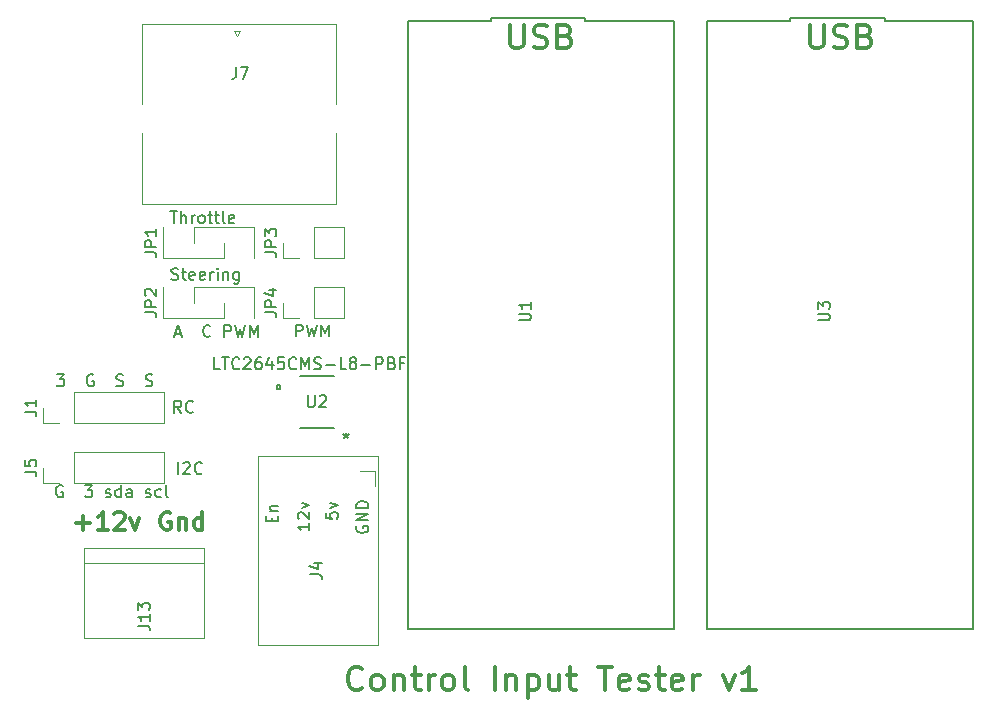
<source format=gbr>
G04 #@! TF.GenerationSoftware,KiCad,Pcbnew,(5.1.9)-1*
G04 #@! TF.CreationDate,2021-03-08T21:25:26-06:00*
G04 #@! TF.ProjectId,ControlInputTest,436f6e74-726f-46c4-996e-707574546573,rev?*
G04 #@! TF.SameCoordinates,Original*
G04 #@! TF.FileFunction,Legend,Top*
G04 #@! TF.FilePolarity,Positive*
%FSLAX46Y46*%
G04 Gerber Fmt 4.6, Leading zero omitted, Abs format (unit mm)*
G04 Created by KiCad (PCBNEW (5.1.9)-1) date 2021-03-08 21:25:26*
%MOMM*%
%LPD*%
G01*
G04 APERTURE LIST*
%ADD10C,0.300000*%
%ADD11C,0.150000*%
%ADD12C,0.120000*%
%ADD13C,0.152400*%
G04 APERTURE END LIST*
D10*
X173851190Y-96354761D02*
X173851190Y-97973809D01*
X173946428Y-98164285D01*
X174041666Y-98259523D01*
X174232142Y-98354761D01*
X174613095Y-98354761D01*
X174803571Y-98259523D01*
X174898809Y-98164285D01*
X174994047Y-97973809D01*
X174994047Y-96354761D01*
X175851190Y-98259523D02*
X176136904Y-98354761D01*
X176613095Y-98354761D01*
X176803571Y-98259523D01*
X176898809Y-98164285D01*
X176994047Y-97973809D01*
X176994047Y-97783333D01*
X176898809Y-97592857D01*
X176803571Y-97497619D01*
X176613095Y-97402380D01*
X176232142Y-97307142D01*
X176041666Y-97211904D01*
X175946428Y-97116666D01*
X175851190Y-96926190D01*
X175851190Y-96735714D01*
X175946428Y-96545238D01*
X176041666Y-96450000D01*
X176232142Y-96354761D01*
X176708333Y-96354761D01*
X176994047Y-96450000D01*
X178517857Y-97307142D02*
X178803571Y-97402380D01*
X178898809Y-97497619D01*
X178994047Y-97688095D01*
X178994047Y-97973809D01*
X178898809Y-98164285D01*
X178803571Y-98259523D01*
X178613095Y-98354761D01*
X177851190Y-98354761D01*
X177851190Y-96354761D01*
X178517857Y-96354761D01*
X178708333Y-96450000D01*
X178803571Y-96545238D01*
X178898809Y-96735714D01*
X178898809Y-96926190D01*
X178803571Y-97116666D01*
X178708333Y-97211904D01*
X178517857Y-97307142D01*
X177851190Y-97307142D01*
X148451190Y-96354761D02*
X148451190Y-97973809D01*
X148546428Y-98164285D01*
X148641666Y-98259523D01*
X148832142Y-98354761D01*
X149213095Y-98354761D01*
X149403571Y-98259523D01*
X149498809Y-98164285D01*
X149594047Y-97973809D01*
X149594047Y-96354761D01*
X150451190Y-98259523D02*
X150736904Y-98354761D01*
X151213095Y-98354761D01*
X151403571Y-98259523D01*
X151498809Y-98164285D01*
X151594047Y-97973809D01*
X151594047Y-97783333D01*
X151498809Y-97592857D01*
X151403571Y-97497619D01*
X151213095Y-97402380D01*
X150832142Y-97307142D01*
X150641666Y-97211904D01*
X150546428Y-97116666D01*
X150451190Y-96926190D01*
X150451190Y-96735714D01*
X150546428Y-96545238D01*
X150641666Y-96450000D01*
X150832142Y-96354761D01*
X151308333Y-96354761D01*
X151594047Y-96450000D01*
X153117857Y-97307142D02*
X153403571Y-97402380D01*
X153498809Y-97497619D01*
X153594047Y-97688095D01*
X153594047Y-97973809D01*
X153498809Y-98164285D01*
X153403571Y-98259523D01*
X153213095Y-98354761D01*
X152451190Y-98354761D01*
X152451190Y-96354761D01*
X153117857Y-96354761D01*
X153308333Y-96450000D01*
X153403571Y-96545238D01*
X153498809Y-96735714D01*
X153498809Y-96926190D01*
X153403571Y-97116666D01*
X153308333Y-97211904D01*
X153117857Y-97307142D01*
X152451190Y-97307142D01*
D11*
X119767976Y-117894761D02*
X119910833Y-117942380D01*
X120148928Y-117942380D01*
X120244166Y-117894761D01*
X120291785Y-117847142D01*
X120339404Y-117751904D01*
X120339404Y-117656666D01*
X120291785Y-117561428D01*
X120244166Y-117513809D01*
X120148928Y-117466190D01*
X119958452Y-117418571D01*
X119863214Y-117370952D01*
X119815595Y-117323333D01*
X119767976Y-117228095D01*
X119767976Y-117132857D01*
X119815595Y-117037619D01*
X119863214Y-116990000D01*
X119958452Y-116942380D01*
X120196547Y-116942380D01*
X120339404Y-116990000D01*
X120625119Y-117275714D02*
X121006071Y-117275714D01*
X120767976Y-116942380D02*
X120767976Y-117799523D01*
X120815595Y-117894761D01*
X120910833Y-117942380D01*
X121006071Y-117942380D01*
X121720357Y-117894761D02*
X121625119Y-117942380D01*
X121434642Y-117942380D01*
X121339404Y-117894761D01*
X121291785Y-117799523D01*
X121291785Y-117418571D01*
X121339404Y-117323333D01*
X121434642Y-117275714D01*
X121625119Y-117275714D01*
X121720357Y-117323333D01*
X121767976Y-117418571D01*
X121767976Y-117513809D01*
X121291785Y-117609047D01*
X122577500Y-117894761D02*
X122482261Y-117942380D01*
X122291785Y-117942380D01*
X122196547Y-117894761D01*
X122148928Y-117799523D01*
X122148928Y-117418571D01*
X122196547Y-117323333D01*
X122291785Y-117275714D01*
X122482261Y-117275714D01*
X122577500Y-117323333D01*
X122625119Y-117418571D01*
X122625119Y-117513809D01*
X122148928Y-117609047D01*
X123053690Y-117942380D02*
X123053690Y-117275714D01*
X123053690Y-117466190D02*
X123101309Y-117370952D01*
X123148928Y-117323333D01*
X123244166Y-117275714D01*
X123339404Y-117275714D01*
X123672738Y-117942380D02*
X123672738Y-117275714D01*
X123672738Y-116942380D02*
X123625119Y-116990000D01*
X123672738Y-117037619D01*
X123720357Y-116990000D01*
X123672738Y-116942380D01*
X123672738Y-117037619D01*
X124148928Y-117275714D02*
X124148928Y-117942380D01*
X124148928Y-117370952D02*
X124196547Y-117323333D01*
X124291785Y-117275714D01*
X124434642Y-117275714D01*
X124529880Y-117323333D01*
X124577500Y-117418571D01*
X124577500Y-117942380D01*
X125482261Y-117275714D02*
X125482261Y-118085238D01*
X125434642Y-118180476D01*
X125387023Y-118228095D01*
X125291785Y-118275714D01*
X125148928Y-118275714D01*
X125053690Y-118228095D01*
X125482261Y-117894761D02*
X125387023Y-117942380D01*
X125196547Y-117942380D01*
X125101309Y-117894761D01*
X125053690Y-117847142D01*
X125006071Y-117751904D01*
X125006071Y-117466190D01*
X125053690Y-117370952D01*
X125101309Y-117323333D01*
X125196547Y-117275714D01*
X125387023Y-117275714D01*
X125482261Y-117323333D01*
X119672738Y-112142380D02*
X120244166Y-112142380D01*
X119958452Y-113142380D02*
X119958452Y-112142380D01*
X120577500Y-113142380D02*
X120577500Y-112142380D01*
X121006071Y-113142380D02*
X121006071Y-112618571D01*
X120958452Y-112523333D01*
X120863214Y-112475714D01*
X120720357Y-112475714D01*
X120625119Y-112523333D01*
X120577500Y-112570952D01*
X121482261Y-113142380D02*
X121482261Y-112475714D01*
X121482261Y-112666190D02*
X121529880Y-112570952D01*
X121577500Y-112523333D01*
X121672738Y-112475714D01*
X121767976Y-112475714D01*
X122244166Y-113142380D02*
X122148928Y-113094761D01*
X122101309Y-113047142D01*
X122053690Y-112951904D01*
X122053690Y-112666190D01*
X122101309Y-112570952D01*
X122148928Y-112523333D01*
X122244166Y-112475714D01*
X122387023Y-112475714D01*
X122482261Y-112523333D01*
X122529880Y-112570952D01*
X122577500Y-112666190D01*
X122577500Y-112951904D01*
X122529880Y-113047142D01*
X122482261Y-113094761D01*
X122387023Y-113142380D01*
X122244166Y-113142380D01*
X122863214Y-112475714D02*
X123244166Y-112475714D01*
X123006071Y-112142380D02*
X123006071Y-112999523D01*
X123053690Y-113094761D01*
X123148928Y-113142380D01*
X123244166Y-113142380D01*
X123434642Y-112475714D02*
X123815595Y-112475714D01*
X123577500Y-112142380D02*
X123577500Y-112999523D01*
X123625119Y-113094761D01*
X123720357Y-113142380D01*
X123815595Y-113142380D01*
X124291785Y-113142380D02*
X124196547Y-113094761D01*
X124148928Y-112999523D01*
X124148928Y-112142380D01*
X125053690Y-113094761D02*
X124958452Y-113142380D01*
X124767976Y-113142380D01*
X124672738Y-113094761D01*
X124625119Y-112999523D01*
X124625119Y-112618571D01*
X124672738Y-112523333D01*
X124767976Y-112475714D01*
X124958452Y-112475714D01*
X125053690Y-112523333D01*
X125101309Y-112618571D01*
X125101309Y-112713809D01*
X124625119Y-112809047D01*
X130315595Y-122742380D02*
X130315595Y-121742380D01*
X130696547Y-121742380D01*
X130791785Y-121790000D01*
X130839404Y-121837619D01*
X130887023Y-121932857D01*
X130887023Y-122075714D01*
X130839404Y-122170952D01*
X130791785Y-122218571D01*
X130696547Y-122266190D01*
X130315595Y-122266190D01*
X131220357Y-121742380D02*
X131458452Y-122742380D01*
X131648928Y-122028095D01*
X131839404Y-122742380D01*
X132077500Y-121742380D01*
X132458452Y-122742380D02*
X132458452Y-121742380D01*
X132791785Y-122456666D01*
X133125119Y-121742380D01*
X133125119Y-122742380D01*
X120067976Y-122496666D02*
X120544166Y-122496666D01*
X119972738Y-122782380D02*
X120306071Y-121782380D01*
X120639404Y-122782380D01*
X123067976Y-122687142D02*
X123020357Y-122734761D01*
X122877500Y-122782380D01*
X122782261Y-122782380D01*
X122639404Y-122734761D01*
X122544166Y-122639523D01*
X122496547Y-122544285D01*
X122448928Y-122353809D01*
X122448928Y-122210952D01*
X122496547Y-122020476D01*
X122544166Y-121925238D01*
X122639404Y-121830000D01*
X122782261Y-121782380D01*
X122877500Y-121782380D01*
X123020357Y-121830000D01*
X123067976Y-121877619D01*
X124258452Y-122782380D02*
X124258452Y-121782380D01*
X124639404Y-121782380D01*
X124734642Y-121830000D01*
X124782261Y-121877619D01*
X124829880Y-121972857D01*
X124829880Y-122115714D01*
X124782261Y-122210952D01*
X124734642Y-122258571D01*
X124639404Y-122306190D01*
X124258452Y-122306190D01*
X125163214Y-121782380D02*
X125401309Y-122782380D01*
X125591785Y-122068095D01*
X125782261Y-122782380D01*
X126020357Y-121782380D01*
X126401309Y-122782380D02*
X126401309Y-121782380D01*
X126734642Y-122496666D01*
X127067976Y-121782380D01*
X127067976Y-122782380D01*
X110060357Y-125952380D02*
X110679404Y-125952380D01*
X110346071Y-126333333D01*
X110488928Y-126333333D01*
X110584166Y-126380952D01*
X110631785Y-126428571D01*
X110679404Y-126523809D01*
X110679404Y-126761904D01*
X110631785Y-126857142D01*
X110584166Y-126904761D01*
X110488928Y-126952380D01*
X110203214Y-126952380D01*
X110107976Y-126904761D01*
X110060357Y-126857142D01*
X113155595Y-126000000D02*
X113060357Y-125952380D01*
X112917500Y-125952380D01*
X112774642Y-126000000D01*
X112679404Y-126095238D01*
X112631785Y-126190476D01*
X112584166Y-126380952D01*
X112584166Y-126523809D01*
X112631785Y-126714285D01*
X112679404Y-126809523D01*
X112774642Y-126904761D01*
X112917500Y-126952380D01*
X113012738Y-126952380D01*
X113155595Y-126904761D01*
X113203214Y-126857142D01*
X113203214Y-126523809D01*
X113012738Y-126523809D01*
X115107976Y-126904761D02*
X115250833Y-126952380D01*
X115488928Y-126952380D01*
X115584166Y-126904761D01*
X115631785Y-126857142D01*
X115679404Y-126761904D01*
X115679404Y-126666666D01*
X115631785Y-126571428D01*
X115584166Y-126523809D01*
X115488928Y-126476190D01*
X115298452Y-126428571D01*
X115203214Y-126380952D01*
X115155595Y-126333333D01*
X115107976Y-126238095D01*
X115107976Y-126142857D01*
X115155595Y-126047619D01*
X115203214Y-126000000D01*
X115298452Y-125952380D01*
X115536547Y-125952380D01*
X115679404Y-126000000D01*
X117584166Y-126904761D02*
X117727023Y-126952380D01*
X117965119Y-126952380D01*
X118060357Y-126904761D01*
X118107976Y-126857142D01*
X118155595Y-126761904D01*
X118155595Y-126666666D01*
X118107976Y-126571428D01*
X118060357Y-126523809D01*
X117965119Y-126476190D01*
X117774642Y-126428571D01*
X117679404Y-126380952D01*
X117631785Y-126333333D01*
X117584166Y-126238095D01*
X117584166Y-126142857D01*
X117631785Y-126047619D01*
X117679404Y-126000000D01*
X117774642Y-125952380D01*
X118012738Y-125952380D01*
X118155595Y-126000000D01*
X110554404Y-135390000D02*
X110459166Y-135342380D01*
X110316309Y-135342380D01*
X110173452Y-135390000D01*
X110078214Y-135485238D01*
X110030595Y-135580476D01*
X109982976Y-135770952D01*
X109982976Y-135913809D01*
X110030595Y-136104285D01*
X110078214Y-136199523D01*
X110173452Y-136294761D01*
X110316309Y-136342380D01*
X110411547Y-136342380D01*
X110554404Y-136294761D01*
X110602023Y-136247142D01*
X110602023Y-135913809D01*
X110411547Y-135913809D01*
X112459166Y-135342380D02*
X113078214Y-135342380D01*
X112744880Y-135723333D01*
X112887738Y-135723333D01*
X112982976Y-135770952D01*
X113030595Y-135818571D01*
X113078214Y-135913809D01*
X113078214Y-136151904D01*
X113030595Y-136247142D01*
X112982976Y-136294761D01*
X112887738Y-136342380D01*
X112602023Y-136342380D01*
X112506785Y-136294761D01*
X112459166Y-136247142D01*
X114221071Y-136294761D02*
X114316309Y-136342380D01*
X114506785Y-136342380D01*
X114602023Y-136294761D01*
X114649642Y-136199523D01*
X114649642Y-136151904D01*
X114602023Y-136056666D01*
X114506785Y-136009047D01*
X114363928Y-136009047D01*
X114268690Y-135961428D01*
X114221071Y-135866190D01*
X114221071Y-135818571D01*
X114268690Y-135723333D01*
X114363928Y-135675714D01*
X114506785Y-135675714D01*
X114602023Y-135723333D01*
X115506785Y-136342380D02*
X115506785Y-135342380D01*
X115506785Y-136294761D02*
X115411547Y-136342380D01*
X115221071Y-136342380D01*
X115125833Y-136294761D01*
X115078214Y-136247142D01*
X115030595Y-136151904D01*
X115030595Y-135866190D01*
X115078214Y-135770952D01*
X115125833Y-135723333D01*
X115221071Y-135675714D01*
X115411547Y-135675714D01*
X115506785Y-135723333D01*
X116411547Y-136342380D02*
X116411547Y-135818571D01*
X116363928Y-135723333D01*
X116268690Y-135675714D01*
X116078214Y-135675714D01*
X115982976Y-135723333D01*
X116411547Y-136294761D02*
X116316309Y-136342380D01*
X116078214Y-136342380D01*
X115982976Y-136294761D01*
X115935357Y-136199523D01*
X115935357Y-136104285D01*
X115982976Y-136009047D01*
X116078214Y-135961428D01*
X116316309Y-135961428D01*
X116411547Y-135913809D01*
X117602023Y-136294761D02*
X117697261Y-136342380D01*
X117887738Y-136342380D01*
X117982976Y-136294761D01*
X118030595Y-136199523D01*
X118030595Y-136151904D01*
X117982976Y-136056666D01*
X117887738Y-136009047D01*
X117744880Y-136009047D01*
X117649642Y-135961428D01*
X117602023Y-135866190D01*
X117602023Y-135818571D01*
X117649642Y-135723333D01*
X117744880Y-135675714D01*
X117887738Y-135675714D01*
X117982976Y-135723333D01*
X118887738Y-136294761D02*
X118792500Y-136342380D01*
X118602023Y-136342380D01*
X118506785Y-136294761D01*
X118459166Y-136247142D01*
X118411547Y-136151904D01*
X118411547Y-135866190D01*
X118459166Y-135770952D01*
X118506785Y-135723333D01*
X118602023Y-135675714D01*
X118792500Y-135675714D01*
X118887738Y-135723333D01*
X119459166Y-136342380D02*
X119363928Y-136294761D01*
X119316309Y-136199523D01*
X119316309Y-135342380D01*
D10*
X111728571Y-138537142D02*
X112871428Y-138537142D01*
X112300000Y-139108571D02*
X112300000Y-137965714D01*
X114371428Y-139108571D02*
X113514285Y-139108571D01*
X113942857Y-139108571D02*
X113942857Y-137608571D01*
X113800000Y-137822857D01*
X113657142Y-137965714D01*
X113514285Y-138037142D01*
X114942857Y-137751428D02*
X115014285Y-137680000D01*
X115157142Y-137608571D01*
X115514285Y-137608571D01*
X115657142Y-137680000D01*
X115728571Y-137751428D01*
X115800000Y-137894285D01*
X115800000Y-138037142D01*
X115728571Y-138251428D01*
X114871428Y-139108571D01*
X115800000Y-139108571D01*
X116300000Y-138108571D02*
X116657142Y-139108571D01*
X117014285Y-138108571D01*
X119685714Y-137680000D02*
X119542857Y-137608571D01*
X119328571Y-137608571D01*
X119114285Y-137680000D01*
X118971428Y-137822857D01*
X118900000Y-137965714D01*
X118828571Y-138251428D01*
X118828571Y-138465714D01*
X118900000Y-138751428D01*
X118971428Y-138894285D01*
X119114285Y-139037142D01*
X119328571Y-139108571D01*
X119471428Y-139108571D01*
X119685714Y-139037142D01*
X119757142Y-138965714D01*
X119757142Y-138465714D01*
X119471428Y-138465714D01*
X120400000Y-138108571D02*
X120400000Y-139108571D01*
X120400000Y-138251428D02*
X120471428Y-138180000D01*
X120614285Y-138108571D01*
X120828571Y-138108571D01*
X120971428Y-138180000D01*
X121042857Y-138322857D01*
X121042857Y-139108571D01*
X122400000Y-139108571D02*
X122400000Y-137608571D01*
X122400000Y-139037142D02*
X122257142Y-139108571D01*
X121971428Y-139108571D01*
X121828571Y-139037142D01*
X121757142Y-138965714D01*
X121685714Y-138822857D01*
X121685714Y-138394285D01*
X121757142Y-138251428D01*
X121828571Y-138180000D01*
X121971428Y-138108571D01*
X122257142Y-138108571D01*
X122400000Y-138180000D01*
X135920580Y-152504685D02*
X135825342Y-152599923D01*
X135539628Y-152695161D01*
X135349152Y-152695161D01*
X135063438Y-152599923D01*
X134872961Y-152409447D01*
X134777723Y-152218971D01*
X134682485Y-151838019D01*
X134682485Y-151552304D01*
X134777723Y-151171352D01*
X134872961Y-150980876D01*
X135063438Y-150790400D01*
X135349152Y-150695161D01*
X135539628Y-150695161D01*
X135825342Y-150790400D01*
X135920580Y-150885638D01*
X137063438Y-152695161D02*
X136872961Y-152599923D01*
X136777723Y-152504685D01*
X136682485Y-152314209D01*
X136682485Y-151742780D01*
X136777723Y-151552304D01*
X136872961Y-151457066D01*
X137063438Y-151361828D01*
X137349152Y-151361828D01*
X137539628Y-151457066D01*
X137634866Y-151552304D01*
X137730104Y-151742780D01*
X137730104Y-152314209D01*
X137634866Y-152504685D01*
X137539628Y-152599923D01*
X137349152Y-152695161D01*
X137063438Y-152695161D01*
X138587247Y-151361828D02*
X138587247Y-152695161D01*
X138587247Y-151552304D02*
X138682485Y-151457066D01*
X138872961Y-151361828D01*
X139158676Y-151361828D01*
X139349152Y-151457066D01*
X139444390Y-151647542D01*
X139444390Y-152695161D01*
X140111057Y-151361828D02*
X140872961Y-151361828D01*
X140396771Y-150695161D02*
X140396771Y-152409447D01*
X140492009Y-152599923D01*
X140682485Y-152695161D01*
X140872961Y-152695161D01*
X141539628Y-152695161D02*
X141539628Y-151361828D01*
X141539628Y-151742780D02*
X141634866Y-151552304D01*
X141730104Y-151457066D01*
X141920580Y-151361828D01*
X142111057Y-151361828D01*
X143063438Y-152695161D02*
X142872961Y-152599923D01*
X142777723Y-152504685D01*
X142682485Y-152314209D01*
X142682485Y-151742780D01*
X142777723Y-151552304D01*
X142872961Y-151457066D01*
X143063438Y-151361828D01*
X143349152Y-151361828D01*
X143539628Y-151457066D01*
X143634866Y-151552304D01*
X143730104Y-151742780D01*
X143730104Y-152314209D01*
X143634866Y-152504685D01*
X143539628Y-152599923D01*
X143349152Y-152695161D01*
X143063438Y-152695161D01*
X144872961Y-152695161D02*
X144682485Y-152599923D01*
X144587247Y-152409447D01*
X144587247Y-150695161D01*
X147158676Y-152695161D02*
X147158676Y-150695161D01*
X148111057Y-151361828D02*
X148111057Y-152695161D01*
X148111057Y-151552304D02*
X148206295Y-151457066D01*
X148396771Y-151361828D01*
X148682485Y-151361828D01*
X148872961Y-151457066D01*
X148968199Y-151647542D01*
X148968199Y-152695161D01*
X149920580Y-151361828D02*
X149920580Y-153361828D01*
X149920580Y-151457066D02*
X150111057Y-151361828D01*
X150492009Y-151361828D01*
X150682485Y-151457066D01*
X150777723Y-151552304D01*
X150872961Y-151742780D01*
X150872961Y-152314209D01*
X150777723Y-152504685D01*
X150682485Y-152599923D01*
X150492009Y-152695161D01*
X150111057Y-152695161D01*
X149920580Y-152599923D01*
X152587247Y-151361828D02*
X152587247Y-152695161D01*
X151730104Y-151361828D02*
X151730104Y-152409447D01*
X151825342Y-152599923D01*
X152015819Y-152695161D01*
X152301533Y-152695161D01*
X152492009Y-152599923D01*
X152587247Y-152504685D01*
X153253914Y-151361828D02*
X154015819Y-151361828D01*
X153539628Y-150695161D02*
X153539628Y-152409447D01*
X153634866Y-152599923D01*
X153825342Y-152695161D01*
X154015819Y-152695161D01*
X155920580Y-150695161D02*
X157063438Y-150695161D01*
X156492009Y-152695161D02*
X156492009Y-150695161D01*
X158492009Y-152599923D02*
X158301533Y-152695161D01*
X157920580Y-152695161D01*
X157730104Y-152599923D01*
X157634866Y-152409447D01*
X157634866Y-151647542D01*
X157730104Y-151457066D01*
X157920580Y-151361828D01*
X158301533Y-151361828D01*
X158492009Y-151457066D01*
X158587247Y-151647542D01*
X158587247Y-151838019D01*
X157634866Y-152028495D01*
X159349152Y-152599923D02*
X159539628Y-152695161D01*
X159920580Y-152695161D01*
X160111057Y-152599923D01*
X160206295Y-152409447D01*
X160206295Y-152314209D01*
X160111057Y-152123733D01*
X159920580Y-152028495D01*
X159634866Y-152028495D01*
X159444390Y-151933257D01*
X159349152Y-151742780D01*
X159349152Y-151647542D01*
X159444390Y-151457066D01*
X159634866Y-151361828D01*
X159920580Y-151361828D01*
X160111057Y-151457066D01*
X160777723Y-151361828D02*
X161539628Y-151361828D01*
X161063438Y-150695161D02*
X161063438Y-152409447D01*
X161158676Y-152599923D01*
X161349152Y-152695161D01*
X161539628Y-152695161D01*
X162968199Y-152599923D02*
X162777723Y-152695161D01*
X162396771Y-152695161D01*
X162206295Y-152599923D01*
X162111057Y-152409447D01*
X162111057Y-151647542D01*
X162206295Y-151457066D01*
X162396771Y-151361828D01*
X162777723Y-151361828D01*
X162968199Y-151457066D01*
X163063438Y-151647542D01*
X163063438Y-151838019D01*
X162111057Y-152028495D01*
X163920580Y-152695161D02*
X163920580Y-151361828D01*
X163920580Y-151742780D02*
X164015819Y-151552304D01*
X164111057Y-151457066D01*
X164301533Y-151361828D01*
X164492009Y-151361828D01*
X166492009Y-151361828D02*
X166968199Y-152695161D01*
X167444390Y-151361828D01*
X169253914Y-152695161D02*
X168111057Y-152695161D01*
X168682485Y-152695161D02*
X168682485Y-150695161D01*
X168492009Y-150980876D01*
X168301533Y-151171352D01*
X168111057Y-151266590D01*
D11*
X154813920Y-96041200D02*
X162313920Y-96041200D01*
X154813920Y-96041200D02*
X154813920Y-95741480D01*
X146813920Y-96041200D02*
X146813920Y-95741480D01*
X139813920Y-96041200D02*
X146813920Y-96041200D01*
X154813920Y-95741480D02*
X146813920Y-95741480D01*
X139813920Y-147510940D02*
X162313920Y-147510940D01*
X162313920Y-147510940D02*
X162313920Y-96041200D01*
X139813920Y-147510940D02*
X139813920Y-96041200D01*
D12*
X137231000Y-132899000D02*
X127071000Y-132899000D01*
X135700000Y-134130000D02*
X136970000Y-134130000D01*
X136970000Y-134130000D02*
X136970000Y-135400000D01*
X137231000Y-132899000D02*
X137231000Y-148899000D01*
X137231000Y-148899000D02*
X127071000Y-148899000D01*
X127071000Y-132899000D02*
X127071000Y-148899000D01*
X126790000Y-116120000D02*
X126790000Y-113460000D01*
X119050000Y-116120000D02*
X124190000Y-116120000D01*
X121650000Y-113460000D02*
X126790000Y-113460000D01*
X119050000Y-116120000D02*
X119050000Y-113460000D01*
X121650000Y-113460000D02*
X121650000Y-114790000D01*
X124190000Y-114790000D02*
X124190000Y-116120000D01*
X121650000Y-118540000D02*
X126790000Y-118540000D01*
X126790000Y-121200000D02*
X126790000Y-118540000D01*
X124190000Y-121200000D02*
X124190000Y-119870000D01*
X121650000Y-118540000D02*
X121650000Y-119870000D01*
X119050000Y-121200000D02*
X119050000Y-118540000D01*
X119050000Y-121200000D02*
X124190000Y-121200000D01*
X125328680Y-97292160D02*
X125542040Y-96860360D01*
X125102620Y-96860360D02*
X125328680Y-97292160D01*
X125542040Y-96860360D02*
X125102620Y-96860360D01*
X133704940Y-111549180D02*
X117294940Y-111549180D01*
X133704940Y-111549180D02*
X133704940Y-105537000D01*
X133704940Y-96309180D02*
X117294940Y-96309180D01*
X133703060Y-103040180D02*
X133704940Y-96309180D01*
X117294940Y-111549180D02*
X117294940Y-105537000D01*
X117293060Y-103040180D02*
X117294940Y-96309180D01*
X108890000Y-135170000D02*
X108890000Y-133840000D01*
X110220000Y-135170000D02*
X108890000Y-135170000D01*
X111490000Y-135170000D02*
X111490000Y-132510000D01*
X111490000Y-132510000D02*
X119170000Y-132510000D01*
X111490000Y-135170000D02*
X119170000Y-135170000D01*
X119170000Y-135170000D02*
X119170000Y-132510000D01*
X112390000Y-141920000D02*
X122550000Y-141920000D01*
X112390000Y-140650000D02*
X112390000Y-148270000D01*
X112390000Y-148270000D02*
X122550000Y-148270000D01*
X122550000Y-148270000D02*
X122550000Y-140650000D01*
X122550000Y-140650000D02*
X112390000Y-140650000D01*
X108890000Y-130090000D02*
X108890000Y-128760000D01*
X110220000Y-130090000D02*
X108890000Y-130090000D01*
X111490000Y-130090000D02*
X111490000Y-127430000D01*
X111490000Y-127430000D02*
X119170000Y-127430000D01*
X111490000Y-130090000D02*
X119170000Y-130090000D01*
X119170000Y-130090000D02*
X119170000Y-127430000D01*
D13*
X128943100Y-127209550D02*
X128689100Y-127209550D01*
X128943100Y-126828550D02*
X128943100Y-127209550D01*
X128689100Y-126828550D02*
X128943100Y-126828550D01*
X128689100Y-127209550D02*
X128689100Y-126828550D01*
X130661126Y-130467100D02*
X133498874Y-130467100D01*
X133498874Y-126072900D02*
X130661126Y-126072900D01*
D12*
X134410000Y-116120000D02*
X134410000Y-113460000D01*
X131810000Y-116120000D02*
X134410000Y-116120000D01*
X131810000Y-113460000D02*
X134410000Y-113460000D01*
X131810000Y-116120000D02*
X131810000Y-113460000D01*
X130540000Y-116120000D02*
X129210000Y-116120000D01*
X129210000Y-116120000D02*
X129210000Y-114790000D01*
X129210000Y-121200000D02*
X129210000Y-119870000D01*
X130540000Y-121200000D02*
X129210000Y-121200000D01*
X131810000Y-121200000D02*
X131810000Y-118540000D01*
X131810000Y-118540000D02*
X134410000Y-118540000D01*
X131810000Y-121200000D02*
X134410000Y-121200000D01*
X134410000Y-121200000D02*
X134410000Y-118540000D01*
D11*
X180143920Y-96041200D02*
X187643920Y-96041200D01*
X180143920Y-96041200D02*
X180143920Y-95741480D01*
X172143920Y-96041200D02*
X172143920Y-95741480D01*
X165143920Y-96041200D02*
X172143920Y-96041200D01*
X180143920Y-95741480D02*
X172143920Y-95741480D01*
X165143920Y-147510940D02*
X187643920Y-147510940D01*
X187643920Y-147510940D02*
X187643920Y-96041200D01*
X165143920Y-147510940D02*
X165143920Y-96041200D01*
X149196960Y-121378884D02*
X150006484Y-121378884D01*
X150101722Y-121331265D01*
X150149341Y-121283646D01*
X150196960Y-121188408D01*
X150196960Y-120997932D01*
X150149341Y-120902694D01*
X150101722Y-120855075D01*
X150006484Y-120807456D01*
X149196960Y-120807456D01*
X150196960Y-119807456D02*
X150196960Y-120378884D01*
X150196960Y-120093170D02*
X149196960Y-120093170D01*
X149339818Y-120188408D01*
X149435056Y-120283646D01*
X149482675Y-120378884D01*
X131489980Y-142858033D02*
X132204266Y-142858033D01*
X132347123Y-142905652D01*
X132442361Y-143000890D01*
X132489980Y-143143747D01*
X132489980Y-143238985D01*
X131823314Y-141953271D02*
X132489980Y-141953271D01*
X131442361Y-142191366D02*
X132156647Y-142429461D01*
X132156647Y-141810414D01*
X128270471Y-138403466D02*
X128270471Y-138070133D01*
X128794280Y-137927276D02*
X128794280Y-138403466D01*
X127794280Y-138403466D01*
X127794280Y-137927276D01*
X128127614Y-137498704D02*
X128794280Y-137498704D01*
X128222852Y-137498704D02*
X128175233Y-137451085D01*
X128127614Y-137355847D01*
X128127614Y-137212990D01*
X128175233Y-137117752D01*
X128270471Y-137070133D01*
X128794280Y-137070133D01*
X131458740Y-138564768D02*
X131458740Y-139136197D01*
X131458740Y-138850482D02*
X130458740Y-138850482D01*
X130601598Y-138945720D01*
X130696836Y-139040959D01*
X130744455Y-139136197D01*
X130553979Y-138183816D02*
X130506360Y-138136197D01*
X130458740Y-138040959D01*
X130458740Y-137802863D01*
X130506360Y-137707625D01*
X130553979Y-137660006D01*
X130649217Y-137612387D01*
X130744455Y-137612387D01*
X130887312Y-137660006D01*
X131458740Y-138231435D01*
X131458740Y-137612387D01*
X130792074Y-137279054D02*
X131458740Y-137040959D01*
X130792074Y-136802863D01*
X132846340Y-137663757D02*
X132846340Y-138139947D01*
X133322531Y-138187566D01*
X133274912Y-138139947D01*
X133227293Y-138044709D01*
X133227293Y-137806614D01*
X133274912Y-137711376D01*
X133322531Y-137663757D01*
X133417769Y-137616138D01*
X133655864Y-137616138D01*
X133751102Y-137663757D01*
X133798721Y-137711376D01*
X133846340Y-137806614D01*
X133846340Y-138044709D01*
X133798721Y-138139947D01*
X133751102Y-138187566D01*
X133179674Y-137282804D02*
X133846340Y-137044709D01*
X133179674Y-136806614D01*
X135477140Y-138795884D02*
X135429520Y-138891122D01*
X135429520Y-139033980D01*
X135477140Y-139176837D01*
X135572378Y-139272075D01*
X135667616Y-139319694D01*
X135858092Y-139367313D01*
X136000949Y-139367313D01*
X136191425Y-139319694D01*
X136286663Y-139272075D01*
X136381901Y-139176837D01*
X136429520Y-139033980D01*
X136429520Y-138938741D01*
X136381901Y-138795884D01*
X136334282Y-138748265D01*
X136000949Y-138748265D01*
X136000949Y-138938741D01*
X136429520Y-138319694D02*
X135429520Y-138319694D01*
X136429520Y-137748265D01*
X135429520Y-137748265D01*
X136429520Y-137272075D02*
X135429520Y-137272075D01*
X135429520Y-137033980D01*
X135477140Y-136891122D01*
X135572378Y-136795884D01*
X135667616Y-136748265D01*
X135858092Y-136700646D01*
X136000949Y-136700646D01*
X136191425Y-136748265D01*
X136286663Y-136795884D01*
X136381901Y-136891122D01*
X136429520Y-137033980D01*
X136429520Y-137272075D01*
X117502380Y-115623333D02*
X118216666Y-115623333D01*
X118359523Y-115670952D01*
X118454761Y-115766190D01*
X118502380Y-115909047D01*
X118502380Y-116004285D01*
X118502380Y-115147142D02*
X117502380Y-115147142D01*
X117502380Y-114766190D01*
X117550000Y-114670952D01*
X117597619Y-114623333D01*
X117692857Y-114575714D01*
X117835714Y-114575714D01*
X117930952Y-114623333D01*
X117978571Y-114670952D01*
X118026190Y-114766190D01*
X118026190Y-115147142D01*
X118502380Y-113623333D02*
X118502380Y-114194761D01*
X118502380Y-113909047D02*
X117502380Y-113909047D01*
X117645238Y-114004285D01*
X117740476Y-114099523D01*
X117788095Y-114194761D01*
X117502380Y-120703333D02*
X118216666Y-120703333D01*
X118359523Y-120750952D01*
X118454761Y-120846190D01*
X118502380Y-120989047D01*
X118502380Y-121084285D01*
X118502380Y-120227142D02*
X117502380Y-120227142D01*
X117502380Y-119846190D01*
X117550000Y-119750952D01*
X117597619Y-119703333D01*
X117692857Y-119655714D01*
X117835714Y-119655714D01*
X117930952Y-119703333D01*
X117978571Y-119750952D01*
X118026190Y-119846190D01*
X118026190Y-120227142D01*
X117597619Y-119274761D02*
X117550000Y-119227142D01*
X117502380Y-119131904D01*
X117502380Y-118893809D01*
X117550000Y-118798571D01*
X117597619Y-118750952D01*
X117692857Y-118703333D01*
X117788095Y-118703333D01*
X117930952Y-118750952D01*
X118502380Y-119322380D01*
X118502380Y-118703333D01*
X125244266Y-99914460D02*
X125244266Y-100628746D01*
X125196647Y-100771603D01*
X125101409Y-100866841D01*
X124958552Y-100914460D01*
X124863314Y-100914460D01*
X125625219Y-99914460D02*
X126291885Y-99914460D01*
X125863314Y-100914460D01*
X107342380Y-134173333D02*
X108056666Y-134173333D01*
X108199523Y-134220952D01*
X108294761Y-134316190D01*
X108342380Y-134459047D01*
X108342380Y-134554285D01*
X107342380Y-133220952D02*
X107342380Y-133697142D01*
X107818571Y-133744761D01*
X107770952Y-133697142D01*
X107723333Y-133601904D01*
X107723333Y-133363809D01*
X107770952Y-133268571D01*
X107818571Y-133220952D01*
X107913809Y-133173333D01*
X108151904Y-133173333D01*
X108247142Y-133220952D01*
X108294761Y-133268571D01*
X108342380Y-133363809D01*
X108342380Y-133601904D01*
X108294761Y-133697142D01*
X108247142Y-133744761D01*
X120343809Y-134392380D02*
X120343809Y-133392380D01*
X120772380Y-133487619D02*
X120820000Y-133440000D01*
X120915238Y-133392380D01*
X121153333Y-133392380D01*
X121248571Y-133440000D01*
X121296190Y-133487619D01*
X121343809Y-133582857D01*
X121343809Y-133678095D01*
X121296190Y-133820952D01*
X120724761Y-134392380D01*
X121343809Y-134392380D01*
X122343809Y-134297142D02*
X122296190Y-134344761D01*
X122153333Y-134392380D01*
X122058095Y-134392380D01*
X121915238Y-134344761D01*
X121820000Y-134249523D01*
X121772380Y-134154285D01*
X121724761Y-133963809D01*
X121724761Y-133820952D01*
X121772380Y-133630476D01*
X121820000Y-133535238D01*
X121915238Y-133440000D01*
X122058095Y-133392380D01*
X122153333Y-133392380D01*
X122296190Y-133440000D01*
X122343809Y-133487619D01*
X116935080Y-147225323D02*
X117649366Y-147225323D01*
X117792223Y-147272942D01*
X117887461Y-147368180D01*
X117935080Y-147511038D01*
X117935080Y-147606276D01*
X117935080Y-146225323D02*
X117935080Y-146796752D01*
X117935080Y-146511038D02*
X116935080Y-146511038D01*
X117077938Y-146606276D01*
X117173176Y-146701514D01*
X117220795Y-146796752D01*
X116935080Y-145891990D02*
X116935080Y-145272942D01*
X117316033Y-145606276D01*
X117316033Y-145463419D01*
X117363652Y-145368180D01*
X117411271Y-145320561D01*
X117506509Y-145272942D01*
X117744604Y-145272942D01*
X117839842Y-145320561D01*
X117887461Y-145368180D01*
X117935080Y-145463419D01*
X117935080Y-145749133D01*
X117887461Y-145844371D01*
X117839842Y-145891990D01*
X107342380Y-129093333D02*
X108056666Y-129093333D01*
X108199523Y-129140952D01*
X108294761Y-129236190D01*
X108342380Y-129379047D01*
X108342380Y-129474285D01*
X108342380Y-128093333D02*
X108342380Y-128664761D01*
X108342380Y-128379047D02*
X107342380Y-128379047D01*
X107485238Y-128474285D01*
X107580476Y-128569523D01*
X107628095Y-128664761D01*
X120586523Y-129197380D02*
X120253190Y-128721190D01*
X120015095Y-129197380D02*
X120015095Y-128197380D01*
X120396047Y-128197380D01*
X120491285Y-128245000D01*
X120538904Y-128292619D01*
X120586523Y-128387857D01*
X120586523Y-128530714D01*
X120538904Y-128625952D01*
X120491285Y-128673571D01*
X120396047Y-128721190D01*
X120015095Y-128721190D01*
X121586523Y-129102142D02*
X121538904Y-129149761D01*
X121396047Y-129197380D01*
X121300809Y-129197380D01*
X121157952Y-129149761D01*
X121062714Y-129054523D01*
X121015095Y-128959285D01*
X120967476Y-128768809D01*
X120967476Y-128625952D01*
X121015095Y-128435476D01*
X121062714Y-128340238D01*
X121157952Y-128245000D01*
X121300809Y-128197380D01*
X121396047Y-128197380D01*
X121538904Y-128245000D01*
X121586523Y-128292619D01*
X131318095Y-127722380D02*
X131318095Y-128531904D01*
X131365714Y-128627142D01*
X131413333Y-128674761D01*
X131508571Y-128722380D01*
X131699047Y-128722380D01*
X131794285Y-128674761D01*
X131841904Y-128627142D01*
X131889523Y-128531904D01*
X131889523Y-127722380D01*
X132318095Y-127817619D02*
X132365714Y-127770000D01*
X132460952Y-127722380D01*
X132699047Y-127722380D01*
X132794285Y-127770000D01*
X132841904Y-127817619D01*
X132889523Y-127912857D01*
X132889523Y-128008095D01*
X132841904Y-128150952D01*
X132270476Y-128722380D01*
X132889523Y-128722380D01*
X123857571Y-125512380D02*
X123381380Y-125512380D01*
X123381380Y-124512380D01*
X124048047Y-124512380D02*
X124619476Y-124512380D01*
X124333761Y-125512380D02*
X124333761Y-124512380D01*
X125524238Y-125417142D02*
X125476619Y-125464761D01*
X125333761Y-125512380D01*
X125238523Y-125512380D01*
X125095666Y-125464761D01*
X125000428Y-125369523D01*
X124952809Y-125274285D01*
X124905190Y-125083809D01*
X124905190Y-124940952D01*
X124952809Y-124750476D01*
X125000428Y-124655238D01*
X125095666Y-124560000D01*
X125238523Y-124512380D01*
X125333761Y-124512380D01*
X125476619Y-124560000D01*
X125524238Y-124607619D01*
X125905190Y-124607619D02*
X125952809Y-124560000D01*
X126048047Y-124512380D01*
X126286142Y-124512380D01*
X126381380Y-124560000D01*
X126429000Y-124607619D01*
X126476619Y-124702857D01*
X126476619Y-124798095D01*
X126429000Y-124940952D01*
X125857571Y-125512380D01*
X126476619Y-125512380D01*
X127333761Y-124512380D02*
X127143285Y-124512380D01*
X127048047Y-124560000D01*
X127000428Y-124607619D01*
X126905190Y-124750476D01*
X126857571Y-124940952D01*
X126857571Y-125321904D01*
X126905190Y-125417142D01*
X126952809Y-125464761D01*
X127048047Y-125512380D01*
X127238523Y-125512380D01*
X127333761Y-125464761D01*
X127381380Y-125417142D01*
X127429000Y-125321904D01*
X127429000Y-125083809D01*
X127381380Y-124988571D01*
X127333761Y-124940952D01*
X127238523Y-124893333D01*
X127048047Y-124893333D01*
X126952809Y-124940952D01*
X126905190Y-124988571D01*
X126857571Y-125083809D01*
X128286142Y-124845714D02*
X128286142Y-125512380D01*
X128048047Y-124464761D02*
X127809952Y-125179047D01*
X128429000Y-125179047D01*
X129286142Y-124512380D02*
X128809952Y-124512380D01*
X128762333Y-124988571D01*
X128809952Y-124940952D01*
X128905190Y-124893333D01*
X129143285Y-124893333D01*
X129238523Y-124940952D01*
X129286142Y-124988571D01*
X129333761Y-125083809D01*
X129333761Y-125321904D01*
X129286142Y-125417142D01*
X129238523Y-125464761D01*
X129143285Y-125512380D01*
X128905190Y-125512380D01*
X128809952Y-125464761D01*
X128762333Y-125417142D01*
X130333761Y-125417142D02*
X130286142Y-125464761D01*
X130143285Y-125512380D01*
X130048047Y-125512380D01*
X129905190Y-125464761D01*
X129809952Y-125369523D01*
X129762333Y-125274285D01*
X129714714Y-125083809D01*
X129714714Y-124940952D01*
X129762333Y-124750476D01*
X129809952Y-124655238D01*
X129905190Y-124560000D01*
X130048047Y-124512380D01*
X130143285Y-124512380D01*
X130286142Y-124560000D01*
X130333761Y-124607619D01*
X130762333Y-125512380D02*
X130762333Y-124512380D01*
X131095666Y-125226666D01*
X131429000Y-124512380D01*
X131429000Y-125512380D01*
X131857571Y-125464761D02*
X132000428Y-125512380D01*
X132238523Y-125512380D01*
X132333761Y-125464761D01*
X132381380Y-125417142D01*
X132429000Y-125321904D01*
X132429000Y-125226666D01*
X132381380Y-125131428D01*
X132333761Y-125083809D01*
X132238523Y-125036190D01*
X132048047Y-124988571D01*
X131952809Y-124940952D01*
X131905190Y-124893333D01*
X131857571Y-124798095D01*
X131857571Y-124702857D01*
X131905190Y-124607619D01*
X131952809Y-124560000D01*
X132048047Y-124512380D01*
X132286142Y-124512380D01*
X132429000Y-124560000D01*
X132857571Y-125131428D02*
X133619476Y-125131428D01*
X134571857Y-125512380D02*
X134095666Y-125512380D01*
X134095666Y-124512380D01*
X135048047Y-124940952D02*
X134952809Y-124893333D01*
X134905190Y-124845714D01*
X134857571Y-124750476D01*
X134857571Y-124702857D01*
X134905190Y-124607619D01*
X134952809Y-124560000D01*
X135048047Y-124512380D01*
X135238523Y-124512380D01*
X135333761Y-124560000D01*
X135381380Y-124607619D01*
X135429000Y-124702857D01*
X135429000Y-124750476D01*
X135381380Y-124845714D01*
X135333761Y-124893333D01*
X135238523Y-124940952D01*
X135048047Y-124940952D01*
X134952809Y-124988571D01*
X134905190Y-125036190D01*
X134857571Y-125131428D01*
X134857571Y-125321904D01*
X134905190Y-125417142D01*
X134952809Y-125464761D01*
X135048047Y-125512380D01*
X135238523Y-125512380D01*
X135333761Y-125464761D01*
X135381380Y-125417142D01*
X135429000Y-125321904D01*
X135429000Y-125131428D01*
X135381380Y-125036190D01*
X135333761Y-124988571D01*
X135238523Y-124940952D01*
X135857571Y-125131428D02*
X136619476Y-125131428D01*
X137095666Y-125512380D02*
X137095666Y-124512380D01*
X137476619Y-124512380D01*
X137571857Y-124560000D01*
X137619476Y-124607619D01*
X137667095Y-124702857D01*
X137667095Y-124845714D01*
X137619476Y-124940952D01*
X137571857Y-124988571D01*
X137476619Y-125036190D01*
X137095666Y-125036190D01*
X138429000Y-124988571D02*
X138571857Y-125036190D01*
X138619476Y-125083809D01*
X138667095Y-125179047D01*
X138667095Y-125321904D01*
X138619476Y-125417142D01*
X138571857Y-125464761D01*
X138476619Y-125512380D01*
X138095666Y-125512380D01*
X138095666Y-124512380D01*
X138429000Y-124512380D01*
X138524238Y-124560000D01*
X138571857Y-124607619D01*
X138619476Y-124702857D01*
X138619476Y-124798095D01*
X138571857Y-124893333D01*
X138524238Y-124940952D01*
X138429000Y-124988571D01*
X138095666Y-124988571D01*
X139429000Y-124988571D02*
X139095666Y-124988571D01*
X139095666Y-125512380D02*
X139095666Y-124512380D01*
X139571857Y-124512380D01*
X134550150Y-130896110D02*
X134550150Y-131134206D01*
X134312054Y-131038968D02*
X134550150Y-131134206D01*
X134788245Y-131038968D01*
X134407292Y-131324682D02*
X134550150Y-131134206D01*
X134693007Y-131324682D01*
X134550150Y-130896110D02*
X134550150Y-131134206D01*
X134312054Y-131038968D02*
X134550150Y-131134206D01*
X134788245Y-131038968D01*
X134407292Y-131324682D02*
X134550150Y-131134206D01*
X134693007Y-131324682D01*
X127662380Y-115623333D02*
X128376666Y-115623333D01*
X128519523Y-115670952D01*
X128614761Y-115766190D01*
X128662380Y-115909047D01*
X128662380Y-116004285D01*
X128662380Y-115147142D02*
X127662380Y-115147142D01*
X127662380Y-114766190D01*
X127710000Y-114670952D01*
X127757619Y-114623333D01*
X127852857Y-114575714D01*
X127995714Y-114575714D01*
X128090952Y-114623333D01*
X128138571Y-114670952D01*
X128186190Y-114766190D01*
X128186190Y-115147142D01*
X127662380Y-114242380D02*
X127662380Y-113623333D01*
X128043333Y-113956666D01*
X128043333Y-113813809D01*
X128090952Y-113718571D01*
X128138571Y-113670952D01*
X128233809Y-113623333D01*
X128471904Y-113623333D01*
X128567142Y-113670952D01*
X128614761Y-113718571D01*
X128662380Y-113813809D01*
X128662380Y-114099523D01*
X128614761Y-114194761D01*
X128567142Y-114242380D01*
X127662380Y-120703333D02*
X128376666Y-120703333D01*
X128519523Y-120750952D01*
X128614761Y-120846190D01*
X128662380Y-120989047D01*
X128662380Y-121084285D01*
X128662380Y-120227142D02*
X127662380Y-120227142D01*
X127662380Y-119846190D01*
X127710000Y-119750952D01*
X127757619Y-119703333D01*
X127852857Y-119655714D01*
X127995714Y-119655714D01*
X128090952Y-119703333D01*
X128138571Y-119750952D01*
X128186190Y-119846190D01*
X128186190Y-120227142D01*
X127995714Y-118798571D02*
X128662380Y-118798571D01*
X127614761Y-119036666D02*
X128329047Y-119274761D01*
X128329047Y-118655714D01*
X174526960Y-121378884D02*
X175336484Y-121378884D01*
X175431722Y-121331265D01*
X175479341Y-121283646D01*
X175526960Y-121188408D01*
X175526960Y-120997932D01*
X175479341Y-120902694D01*
X175431722Y-120855075D01*
X175336484Y-120807456D01*
X174526960Y-120807456D01*
X174526960Y-120426503D02*
X174526960Y-119807456D01*
X174907913Y-120140789D01*
X174907913Y-119997932D01*
X174955532Y-119902694D01*
X175003151Y-119855075D01*
X175098389Y-119807456D01*
X175336484Y-119807456D01*
X175431722Y-119855075D01*
X175479341Y-119902694D01*
X175526960Y-119997932D01*
X175526960Y-120283646D01*
X175479341Y-120378884D01*
X175431722Y-120426503D01*
M02*

</source>
